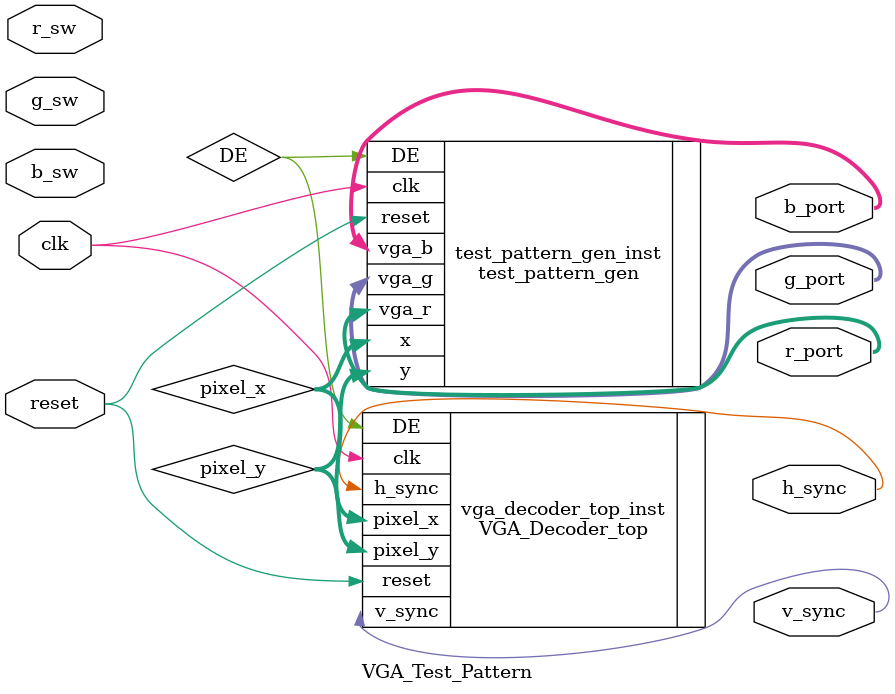
<source format=sv>
`timescale 1ns/1ps
module VGA_Test_Pattern (
    input  logic clk,
    input  logic reset,
    input  logic [3:0] r_sw,
    input  logic [3:0] g_sw,
    input  logic [3:0] b_sw,
    output logic h_sync,
    output logic v_sync,
    output logic [3:0] r_port,
    output logic [3:0] g_port,
    output logic [3:0] b_port
);
    logic DE;
    logic [9:0] pixel_x;
    logic [9:0] pixel_y;


    VGA_Decoder_top vga_decoder_top_inst (
        .clk(clk),
        .reset(reset),
        .h_sync(h_sync),
        .v_sync(v_sync),
        .DE(DE),
        .pixel_x(pixel_x),
        .pixel_y(pixel_y)
    );

    test_pattern_gen test_pattern_gen_inst (
        .clk(clk),
        .reset(reset),
        .x(pixel_x),
        .y(pixel_y),
        .DE(DE),
        .vga_r(r_port),
        .vga_g(g_port),
        .vga_b(b_port)
    );

    // VGA_RGB_Switch vga_rgb_switch_inst (
    //     .r_sw(r_sw),
    //     .g_sw(g_sw),
    //     .b_sw(b_sw),
    //     .DE(DE),
    //     .r_port(r_port),
    //     .g_port(g_port),
    //     .b_port(b_port)
    // );
    
endmodule
</source>
